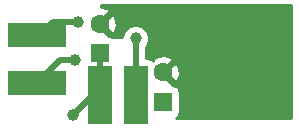
<source format=gbr>
G04 #@! TF.GenerationSoftware,KiCad,Pcbnew,(5.0.0)*
G04 #@! TF.CreationDate,2018-12-12T14:56:24+01:00*
G04 #@! TF.ProjectId,Modelwagonlight,4D6F64656C7761676F6E6C696768742E,rev?*
G04 #@! TF.SameCoordinates,Original*
G04 #@! TF.FileFunction,Copper,L2,Bot,Signal*
G04 #@! TF.FilePolarity,Positive*
%FSLAX46Y46*%
G04 Gerber Fmt 4.6, Leading zero omitted, Abs format (unit mm)*
G04 Created by KiCad (PCBNEW (5.0.0)) date 12/12/18 14:56:24*
%MOMM*%
%LPD*%
G01*
G04 APERTURE LIST*
G04 #@! TA.AperFunction,ComponentPad*
%ADD10R,1.600000X1.600000*%
G04 #@! TD*
G04 #@! TA.AperFunction,ComponentPad*
%ADD11C,1.600000*%
G04 #@! TD*
G04 #@! TA.AperFunction,Conductor*
%ADD12R,5.000000X2.000000*%
G04 #@! TD*
G04 #@! TA.AperFunction,Conductor*
%ADD13R,2.000000X5.000000*%
G04 #@! TD*
G04 #@! TA.AperFunction,ViaPad*
%ADD14C,1.000000*%
G04 #@! TD*
G04 #@! TA.AperFunction,Conductor*
%ADD15C,0.500000*%
G04 #@! TD*
G04 #@! TA.AperFunction,Conductor*
%ADD16C,0.254000*%
G04 #@! TD*
G04 APERTURE END LIST*
D10*
G04 #@! TO.P,C1,1*
G04 #@! TO.N,Net-(C1-Pad1)*
X198120000Y-115824000D03*
D11*
G04 #@! TO.P,C1,2*
G04 #@! TO.N,Net-(C1-Pad2)*
X198120000Y-113324000D03*
G04 #@! TD*
D10*
G04 #@! TO.P,C2,1*
G04 #@! TO.N,Net-(C2-Pad1)*
X203454000Y-119938800D03*
D11*
G04 #@! TO.P,C2,2*
G04 #@! TO.N,Net-(C1-Pad2)*
X203454000Y-117438800D03*
G04 #@! TD*
D12*
G04 #@! TO.N,Net-(D2-Pad2)*
G04 #@! TO.C,J2*
X192786000Y-114300000D03*
G04 #@! TD*
G04 #@! TO.N,Net-(J1-Pad1)*
G04 #@! TO.C,J1*
X192786000Y-118364000D03*
G04 #@! TD*
D13*
G04 #@! TO.N,Net-(C1-Pad1)*
G04 #@! TO.C,J3*
X198120000Y-119380000D03*
G04 #@! TD*
G04 #@! TO.N,Net-(C3-Pad1)*
G04 #@! TO.C,J4*
X201168000Y-119380000D03*
G04 #@! TD*
D14*
G04 #@! TO.N,Net-(C1-Pad1)*
X195859400Y-121056400D03*
X198120000Y-115824000D03*
G04 #@! TO.N,Net-(C1-Pad2)*
X206324200Y-118414800D03*
X212090000Y-117348000D03*
X213614000Y-117348000D03*
X213614000Y-118821200D03*
X212090000Y-118821200D03*
X210566000Y-118821200D03*
X210566000Y-117348000D03*
G04 #@! TO.N,Net-(D2-Pad2)*
X196291200Y-113157000D03*
G04 #@! TO.N,Net-(J1-Pad1)*
X196062600Y-116408200D03*
G04 #@! TO.N,Net-(C3-Pad1)*
X201168000Y-114554000D03*
G04 #@! TD*
D15*
G04 #@! TO.N,Net-(C1-Pad1)*
X195859400Y-121056400D02*
X197535800Y-119380000D01*
X197535800Y-119380000D02*
X198120000Y-119380000D01*
X198120000Y-115824000D02*
X198120000Y-119380000D01*
G04 #@! TO.N,Net-(C1-Pad2)*
X210566000Y-117348000D02*
X212090000Y-117348000D01*
X213614000Y-117348000D02*
X213614000Y-118821200D01*
X212090000Y-118821200D02*
X210566000Y-118821200D01*
G04 #@! TO.N,Net-(D2-Pad2)*
X196291200Y-113157000D02*
X194208400Y-113157000D01*
X194208400Y-113157000D02*
X193065400Y-114300000D01*
X193065400Y-114300000D02*
X192786000Y-114300000D01*
G04 #@! TO.N,Net-(J1-Pad1)*
X192786000Y-118364000D02*
X194741800Y-116408200D01*
X194741800Y-116408200D02*
X196062600Y-116408200D01*
G04 #@! TO.N,Net-(C3-Pad1)*
X201168000Y-119380000D02*
X201168000Y-114554000D01*
G04 #@! TD*
D16*
G04 #@! TO.N,Net-(C1-Pad2)*
G36*
X214290001Y-121290000D02*
X204572041Y-121290000D01*
X204711809Y-121196609D01*
X204852157Y-120986565D01*
X204901440Y-120738800D01*
X204901440Y-119138800D01*
X204852157Y-118891035D01*
X204711809Y-118680991D01*
X204501765Y-118540643D01*
X204267813Y-118494107D01*
X204282139Y-118446545D01*
X203454000Y-117618405D01*
X203439858Y-117632548D01*
X203260252Y-117452942D01*
X203274395Y-117438800D01*
X203633605Y-117438800D01*
X204461745Y-118266939D01*
X204707864Y-118192805D01*
X204900965Y-117655577D01*
X204873778Y-117085346D01*
X204707864Y-116684795D01*
X204461745Y-116610661D01*
X203633605Y-117438800D01*
X203274395Y-117438800D01*
X203260252Y-117424658D01*
X203439858Y-117245052D01*
X203454000Y-117259195D01*
X204282139Y-116431055D01*
X204208005Y-116184936D01*
X203670777Y-115991835D01*
X203100546Y-116019022D01*
X202699995Y-116184936D01*
X202627685Y-116424999D01*
X202625809Y-116422191D01*
X202599258Y-116404450D01*
X202510986Y-116316178D01*
X202493428Y-116333736D01*
X202415765Y-116281843D01*
X202168000Y-116232560D01*
X202053000Y-116232560D01*
X202053000Y-115274133D01*
X202130207Y-115196926D01*
X202303000Y-114779766D01*
X202303000Y-114328234D01*
X202130207Y-113911074D01*
X201810926Y-113591793D01*
X201393766Y-113419000D01*
X200942234Y-113419000D01*
X200525074Y-113591793D01*
X200205793Y-113911074D01*
X200033000Y-114328234D01*
X200033000Y-114427000D01*
X199169497Y-114427000D01*
X199167765Y-114425843D01*
X198933813Y-114379307D01*
X198948139Y-114331745D01*
X198247000Y-113630605D01*
X198247000Y-113324000D01*
X198299605Y-113324000D01*
X199127745Y-114152139D01*
X199373864Y-114078005D01*
X199566965Y-113540777D01*
X199539778Y-112970546D01*
X199373864Y-112569995D01*
X199127745Y-112495861D01*
X198299605Y-113324000D01*
X198247000Y-113324000D01*
X198247000Y-113017395D01*
X198948139Y-112316255D01*
X198874005Y-112070136D01*
X198336777Y-111877035D01*
X198247000Y-111881315D01*
X198247000Y-111710000D01*
X214290000Y-111710000D01*
X214290001Y-121290000D01*
X214290001Y-121290000D01*
G37*
X214290001Y-121290000D02*
X204572041Y-121290000D01*
X204711809Y-121196609D01*
X204852157Y-120986565D01*
X204901440Y-120738800D01*
X204901440Y-119138800D01*
X204852157Y-118891035D01*
X204711809Y-118680991D01*
X204501765Y-118540643D01*
X204267813Y-118494107D01*
X204282139Y-118446545D01*
X203454000Y-117618405D01*
X203439858Y-117632548D01*
X203260252Y-117452942D01*
X203274395Y-117438800D01*
X203633605Y-117438800D01*
X204461745Y-118266939D01*
X204707864Y-118192805D01*
X204900965Y-117655577D01*
X204873778Y-117085346D01*
X204707864Y-116684795D01*
X204461745Y-116610661D01*
X203633605Y-117438800D01*
X203274395Y-117438800D01*
X203260252Y-117424658D01*
X203439858Y-117245052D01*
X203454000Y-117259195D01*
X204282139Y-116431055D01*
X204208005Y-116184936D01*
X203670777Y-115991835D01*
X203100546Y-116019022D01*
X202699995Y-116184936D01*
X202627685Y-116424999D01*
X202625809Y-116422191D01*
X202599258Y-116404450D01*
X202510986Y-116316178D01*
X202493428Y-116333736D01*
X202415765Y-116281843D01*
X202168000Y-116232560D01*
X202053000Y-116232560D01*
X202053000Y-115274133D01*
X202130207Y-115196926D01*
X202303000Y-114779766D01*
X202303000Y-114328234D01*
X202130207Y-113911074D01*
X201810926Y-113591793D01*
X201393766Y-113419000D01*
X200942234Y-113419000D01*
X200525074Y-113591793D01*
X200205793Y-113911074D01*
X200033000Y-114328234D01*
X200033000Y-114427000D01*
X199169497Y-114427000D01*
X199167765Y-114425843D01*
X198933813Y-114379307D01*
X198948139Y-114331745D01*
X198247000Y-113630605D01*
X198247000Y-113324000D01*
X198299605Y-113324000D01*
X199127745Y-114152139D01*
X199373864Y-114078005D01*
X199566965Y-113540777D01*
X199539778Y-112970546D01*
X199373864Y-112569995D01*
X199127745Y-112495861D01*
X198299605Y-113324000D01*
X198247000Y-113324000D01*
X198247000Y-113017395D01*
X198948139Y-112316255D01*
X198874005Y-112070136D01*
X198336777Y-111877035D01*
X198247000Y-111881315D01*
X198247000Y-111710000D01*
X214290000Y-111710000D01*
X214290001Y-121290000D01*
G04 #@! TD*
M02*

</source>
